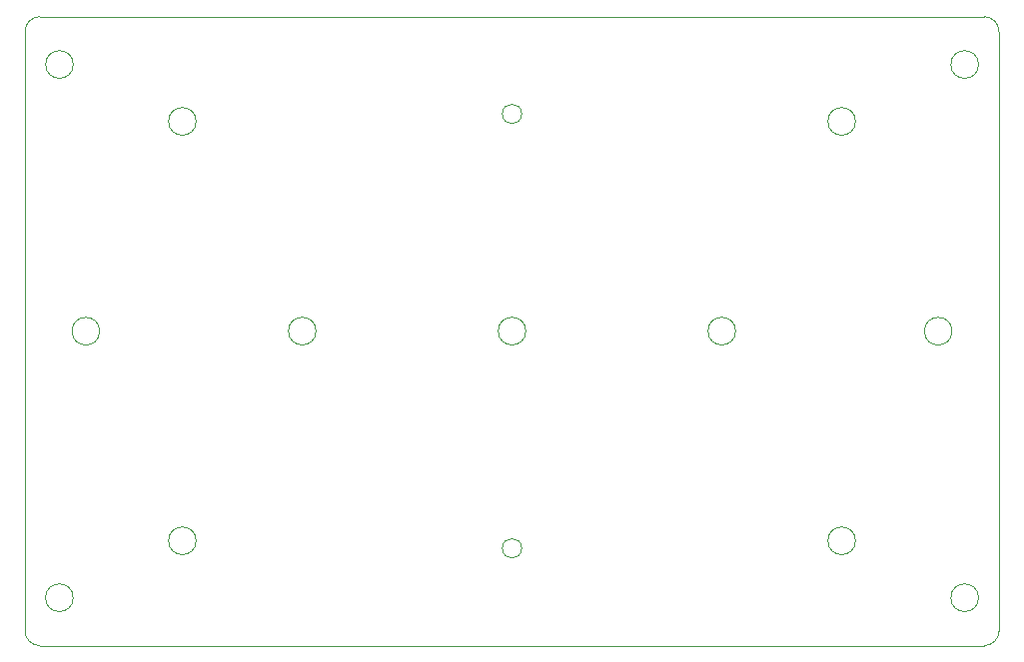
<source format=gbr>
%TF.GenerationSoftware,KiCad,Pcbnew,(6.0.6-0)*%
%TF.CreationDate,2022-07-26T09:11:42-07:00*%
%TF.ProjectId,MTMatrixV3,4d544d61-7472-4697-9856-332e6b696361,rev?*%
%TF.SameCoordinates,Original*%
%TF.FileFunction,Profile,NP*%
%FSLAX46Y46*%
G04 Gerber Fmt 4.6, Leading zero omitted, Abs format (unit mm)*
G04 Created by KiCad (PCBNEW (6.0.6-0)) date 2022-07-26 09:11:42*
%MOMM*%
%LPD*%
G01*
G04 APERTURE LIST*
%TA.AperFunction,Profile*%
%ADD10C,0.100000*%
%TD*%
%TA.AperFunction,Profile*%
%ADD11C,0.120000*%
%TD*%
G04 APERTURE END LIST*
D10*
X206375000Y-30480000D02*
G75*
G03*
X205105000Y-29210000I-1270000J0D01*
G01*
X206375000Y-81280000D02*
X206375000Y-30480000D01*
X205105000Y-82550000D02*
G75*
G03*
X206375000Y-81280000I0J1270000D01*
G01*
X123825000Y-81280000D02*
G75*
G03*
X125095000Y-82550000I1270000J0D01*
G01*
X125095000Y-82550000D02*
X205105000Y-82550000D01*
X205105000Y-29210000D02*
X125095000Y-29210000D01*
X123825000Y-30480000D02*
X123825000Y-81280000D01*
X125095000Y-29210000D02*
G75*
G03*
X123825000Y-30480000I0J-1270000D01*
G01*
D11*
%TO.C,J3*%
X194210711Y-38100000D02*
G75*
G03*
X194210711Y-38100000I-1170711J0D01*
G01*
X194210711Y-73660000D02*
G75*
G03*
X194210711Y-73660000I-1170711J0D01*
G01*
X165922662Y-37465000D02*
G75*
G03*
X165922662Y-37465000I-822662J0D01*
G01*
X202388303Y-55880000D02*
G75*
G03*
X202388303Y-55880000I-1170711J0D01*
G01*
X165922662Y-74295000D02*
G75*
G03*
X165922662Y-74295000I-822662J0D01*
G01*
X148490711Y-55880000D02*
G75*
G03*
X148490711Y-55880000I-1170711J0D01*
G01*
X204634711Y-78486000D02*
G75*
G03*
X204634711Y-78486000I-1170711J0D01*
G01*
X127916711Y-33274000D02*
G75*
G03*
X127916711Y-33274000I-1170711J0D01*
G01*
X138330711Y-73660000D02*
G75*
G03*
X138330711Y-73660000I-1170711J0D01*
G01*
X138330711Y-38100000D02*
G75*
G03*
X138330711Y-38100000I-1170711J0D01*
G01*
X130153111Y-55880000D02*
G75*
G03*
X130153111Y-55880000I-1170711J0D01*
G01*
X127906711Y-78486000D02*
G75*
G03*
X127906711Y-78486000I-1170711J0D01*
G01*
X184050711Y-55880000D02*
G75*
G03*
X184050711Y-55880000I-1170711J0D01*
G01*
X204634711Y-33274000D02*
G75*
G03*
X204634711Y-33274000I-1170711J0D01*
G01*
X166270711Y-55880000D02*
G75*
G03*
X166270711Y-55880000I-1170711J0D01*
G01*
%TD*%
M02*

</source>
